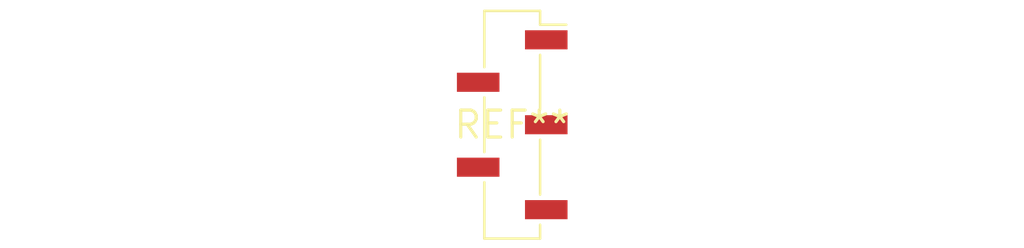
<source format=kicad_pcb>
(kicad_pcb (version 20240108) (generator pcbnew)
  (layers (0 "F.Cu" signal) (31 "B.Cu" signal) (34 "B.Paste" user) (35 "F.Paste" user) (36 "B.SilkS" user "B.Silkscreen") (37 "F.SilkS" user "F.Silkscreen") (38 "B.Mask" user) (39 "F.Mask" user) (44 "Edge.Cuts" user))
  (net 0 "")
  (footprint "PinSocket_1x05_P2.00mm_Vertical_SMD_Pin1Right" (layer "F.Cu") (at 0 0)
    (property "Reference" "REF**")
    (property "Value" "PinSocket_1x05_P2.00mm_Vertical_SMD_Pin1Right")
    (fp_line (start -1.31 -5.36) (end -1.31 -2.71) (layer "F.SilkS") (stroke (width 0.12)))
    (fp_line (start -1.31 -5.36) (end 1.31 -5.36) (layer "F.SilkS") (stroke (width 0.12)))
    (fp_line (start -1.31 -1.29) (end -1.31 1.29) (layer "F.SilkS") (stroke (width 0.12)))
    (fp_line (start -1.31 2.71) (end -1.31 5.36) (layer "F.SilkS") (stroke (width 0.12)))
    (fp_line (start -1.31 5.36) (end 1.31 5.36) (layer "F.SilkS") (stroke (width 0.12)))
    (fp_line (start 1.31 -5.36) (end 1.31 -4.71) (layer "F.SilkS") (stroke (width 0.12)))
    (fp_line (start 1.31 -4.71) (end 2.54 -4.71) (layer "F.SilkS") (stroke (width 0.12)))
    (fp_line (start 1.31 -3.29) (end 1.31 -0.71) (layer "F.SilkS") (stroke (width 0.12)))
    (fp_line (start 1.31 0.71) (end 1.31 3.29) (layer "F.SilkS") (stroke (width 0.12)))
    (fp_line (start 1.31 4.71) (end 1.31 5.36) (layer "F.SilkS") (stroke (width 0.12)))
    (pad "1" smd rect (at 1.6 -4) (size 2 0.9) (layers "F.Cu" "F.Paste" "F.Mask"))
    (pad "2" smd rect (at -1.6 -2) (size 2 0.9) (layers "F.Cu" "F.Paste" "F.Mask"))
    (pad "3" smd rect (at 1.6 0) (size 2 0.9) (layers "F.Cu" "F.Paste" "F.Mask"))
    (pad "4" smd rect (at -1.6 2) (size 2 0.9) (layers "F.Cu" "F.Paste" "F.Mask"))
    (pad "5" smd rect (at 1.6 4) (size 2 0.9) (layers "F.Cu" "F.Paste" "F.Mask"))
  )
)
</source>
